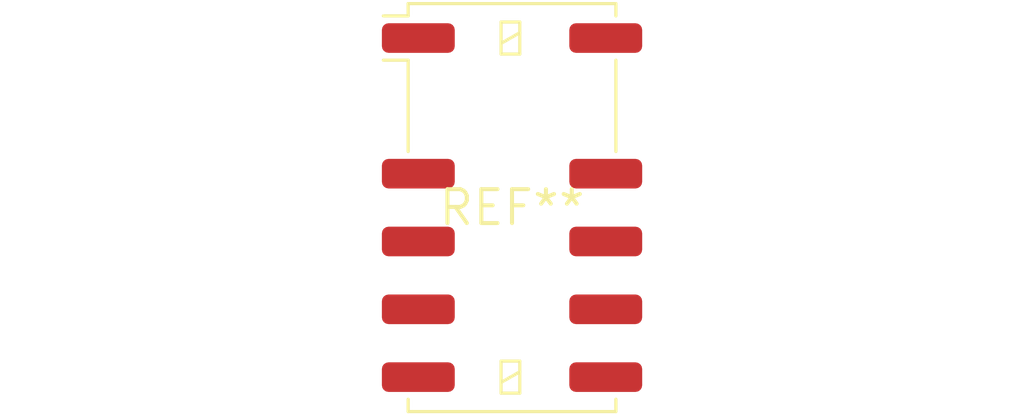
<source format=kicad_pcb>
(kicad_pcb (version 20240108) (generator pcbnew)
  (layers (0 "F.Cu" signal) (31 "B.Cu" signal) (34 "B.Paste" user) (35 "F.Paste" user) (36 "B.SilkS" user "B.Silkscreen") (37 "F.SilkS" user "F.Silkscreen") (38 "B.Mask" user) (39 "F.Mask" user) (44 "Edge.Cuts" user))
  (net 0 "")
  (footprint "Relay_DPDT_Kemet_EE2_NUX_DoubleCoil" (layer "F.Cu") (at 0 0)
    (property "Reference" "REF**")
    (property "Value" "Relay_DPDT_Kemet_EE2_NUX_DoubleCoil")
    (fp_line (start -3.89 -7.64) (end -3.89 -7.18) (layer "F.SilkS") (stroke (width 0.12)))
    (fp_line (start -3.89 -7.18) (end -4.82 -7.18) (layer "F.SilkS") (stroke (width 0.12)))
    (fp_line (start -3.89 -5.52) (end -4.82 -5.52) (layer "F.SilkS") (stroke (width 0.12)))
    (fp_line (start -3.89 -5.52) (end -3.89 -2.1) (layer "F.SilkS") (stroke (width 0.12)))
    (fp_line (start -3.89 7.18) (end -3.89 7.64) (layer "F.SilkS") (stroke (width 0.12)))
    (fp_line (start -0.41 -6.95) (end -0.41 -5.75) (layer "F.SilkS") (stroke (width 0.12)))
    (fp_line (start -0.41 -6.15) (end 0.29 -6.55) (layer "F.SilkS") (stroke (width 0.12)))
    (fp_line (start -0.41 -5.75) (end 0.29 -5.75) (layer "F.SilkS") (stroke (width 0.12)))
    (fp_line (start -0.41 5.75) (end -0.41 6.95) (layer "F.SilkS") (stroke (width 0.12)))
    (fp_line (start -0.41 6.55) (end 0.29 6.15) (layer "F.SilkS") (stroke (width 0.12)))
    (fp_line (start -0.41 6.95) (end 0.29 6.95) (layer "F.SilkS") (stroke (width 0.12)))
    (fp_line (start 0.29 -6.95) (end -0.41 -6.95) (layer "F.SilkS") (stroke (width 0.12)))
    (fp_line (start 0.29 -5.75) (end 0.29 -6.95) (layer "F.SilkS") (stroke (width 0.12)))
    (fp_line (start 0.29 5.75) (end -0.41 5.75) (layer "F.SilkS") (stroke (width 0.12)))
    (fp_line (start 0.29 6.95) (end 0.29 5.75) (layer "F.SilkS") (stroke (width 0.12)))
    (fp_line (start 3.89 -7.64) (end -3.89 -7.64) (layer "F.SilkS") (stroke (width 0.12)))
    (fp_line (start 3.89 -7.64) (end 3.89 -7.18) (layer "F.SilkS") (stroke (width 0.12)))
    (fp_line (start 3.89 -5.52) (end 3.89 -2.1) (layer "F.SilkS") (stroke (width 0.12)))
    (fp_line (start 3.89 7.18) (end 3.89 7.64) (layer "F.SilkS") (stroke (width 0.12)))
    (fp_line (start 3.89 7.64) (end -3.89 7.64) (layer "F.SilkS") (stroke (width 0.12)))
    (pad "1" smd roundrect (at -3.51 -6.35 270) (size 1.11 2.73) (layers "F.Cu" "F.Paste" "F.Mask") (roundrect_rratio 0.225))
    (pad "3" smd roundrect (at -3.51 -1.27 270) (size 1.11 2.73) (layers "F.Cu" "F.Paste" "F.Mask") (roundrect_rratio 0.225))
    (pad "4" smd roundrect (at -3.51 1.27 270) (size 1.11 2.73) (layers "F.Cu" "F.Paste" "F.Mask") (roundrect_rratio 0.225))
    (pad "5" smd roundrect (at -3.51 3.81 270) (size 1.11 2.73) (layers "F.Cu" "F.Paste" "F.Mask") (roundrect_rratio 0.225))
    (pad "6" smd roundrect (at -3.51 6.35 270) (size 1.11 2.73) (layers "F.Cu" "F.Paste" "F.Mask") (roundrect_rratio 0.225))
    (pad "7" smd roundrect (at 3.51 6.35 270) (size 1.11 2.73) (layers "F.Cu" "F.Paste" "F.Mask") (roundrect_rratio 0.225))
    (pad "8" smd roundrect (at 3.51 3.81 270) (size 1.11 2.73) (layers "F.Cu" "F.Paste" "F.Mask") (roundrect_rratio 0.225))
    (pad "9" smd roundrect (at 3.51 1.27 270) (size 1.11 2.73) (layers "F.Cu" "F.Paste" "F.Mask") (roundrect_rratio 0.225))
    (pad "10" smd roundrect (at 3.51 -1.27 270) (size 1.11 2.73) (layers "F.Cu" "F.Paste" "F.Mask") (roundrect_rratio 0.225))
    (pad "12" smd roundrect (at 3.51 -6.35 270) (size 1.11 2.73) (layers "F.Cu" "F.Paste" "F.Mask") (roundrect_rratio 0.225))
  )
)
</source>
